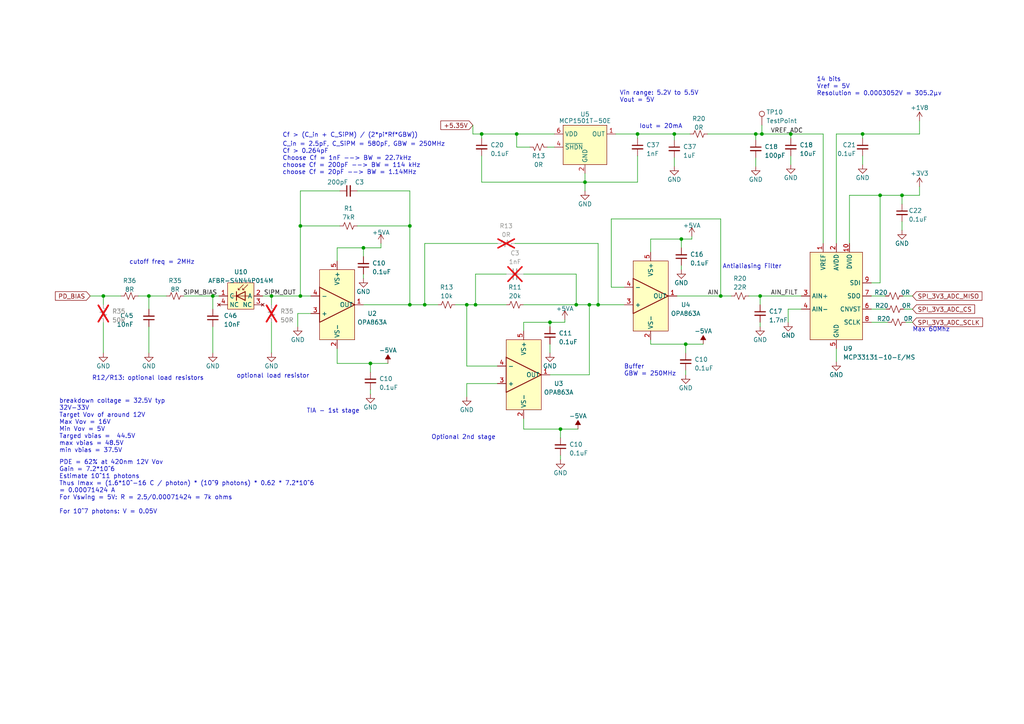
<source format=kicad_sch>
(kicad_sch (version 20230121) (generator eeschema)
  (paper "A4")
  (lib_symbols
    (symbol "Connector:TestPoint" (pin_numbers hide) (pin_names (offset 0.762) hide)
      (property "Reference" "TP" (at 0 6.858 0))
      (property "Value" "TestPoint" (at 0 5.08 0))
      (symbol "TestPoint_0_1"
        (circle (center 0 3.302) (radius 0.762))
      )
      (symbol "TestPoint_1_1"
        (pin passive line (at 0 0 90) (length 2.54) (name "1") (number "1"))
      )
    )
    (symbol "Device:C_Small" (pin_numbers hide) (pin_names (offset 0.254) hide)
      (property "Reference" "C" (at 0.254 1.778 0))
      (property "Value" "C_Small" (at 0.254 -2.032 0))
      (symbol "C_Small_0_1"
        (polyline (pts (xy -1.524 -0.508) (xy 1.524 -0.508)) (stroke (width 0.3302)))
        (polyline (pts (xy -1.524 0.508) (xy 1.524 0.508)) (stroke (width 0.3048)))
      )
      (symbol "C_Small_1_1"
        (pin passive line (at 0 2.54 270) (length 2.032) (name "~") (number "1"))
        (pin passive line (at 0 -2.54 90) (length 2.032) (name "~") (number "2"))
      )
    )
    (symbol "Device:R_Small_US" (pin_numbers hide) (pin_names (offset 0.254) hide)
      (property "Reference" "R" (at 0.762 0.508 0))
      (property "Value" "R_Small_US" (at 0.762 -1.016 0))
      (symbol "R_Small_US_1_1"
        (polyline (pts (xy 0 0) (xy 1.016 -0.381) (xy 0 -0.762) (xy -1.016 -1.143) (xy 0 -1.524)))
        (polyline (pts (xy 0 1.524) (xy 1.016 1.143) (xy 0 0.762) (xy -1.016 0.381) (xy 0 0)))
        (pin passive line (at 0 2.54 270) (length 1.016) (name "~") (number "1"))
        (pin passive line (at 0 -2.54 90) (length 1.016) (name "~") (number "2"))
      )
    )
    (symbol "plaqchek:AFBR-S4N44P014M-BREAKOUT"
      (property "Reference" "U" (at 0 8.89 0))
      (property "Value" "AFBR-S4N44P014M" (at 1.27 6.35 0))
      (symbol "AFBR-S4N44P014M-BREAKOUT_0_1"
        (polyline (pts (xy -1.27 0) (xy 1.27 0)))
        (polyline (pts (xy -1.27 1.27) (xy -1.27 -1.27)) (stroke (width 0.254)))
        (polyline (pts (xy -0.762 1.778) (xy -0.254 1.778)))
        (polyline (pts (xy 0.762 3.302) (xy -0.762 1.778) (xy -0.762 2.286)))
        (polyline (pts (xy 1.27 1.27) (xy -1.27 0) (xy 1.27 -1.27)) (stroke (width 0.254)))
        (polyline (pts (xy 2.032 3.302) (xy 0.508 1.778) (xy 0.508 2.286) (xy 0.508 1.778) (xy 1.016 1.778)))
      )
      (symbol "AFBR-S4N44P014M-BREAKOUT_1_1"
        (rectangle (start -3.81 3.81) (end 3.81 -3.81) (fill (type background)))
        (polyline (pts (xy -1.27 0) (xy -2.54 0)))
        (polyline (pts (xy 1.27 0) (xy 2.54 0)))
        (polyline (pts (xy 1.27 1.27) (xy 1.27 -1.27)) (stroke (width 0.254)))
        (pin passive line (at -6.35 0 0) (length 2.54) (name "C") (number "1"))
        (pin passive line (at 6.35 0 180) (length 2.54) (name "A") (number "2"))
        (pin no_connect line (at 6.35 -2.54 180) (length 2.54) (name "NC") (number "3"))
        (pin no_connect line (at -6.35 -2.54 0) (length 2.54) (name "NC") (number "4"))
      )
    )
    (symbol "plaqchek:MCP1501T-50E"
      (property "Reference" "U" (at 0 7.62 0))
      (property "Value" "MCP1501T-50E" (at 0 0 0))
      (symbol "MCP1501T-50E_1_1"
        (rectangle (start -6.35 5.08) (end 6.35 -6.35) (fill (type background)))
        (pin output line (at 8.89 2.54 180) (length 2.54) (name "OUT") (number "1"))
        (pin power_in line (at 0 -8.89 90) (length 2.54) (name "GND") (number "2"))
        (pin power_in line (at 0 -8.89 90) (length 2.54) hide (name "GND") (number "3"))
        (pin input line (at -8.89 -1.27 0) (length 2.54) (name "~{SHDN}") (number "4"))
        (pin power_in line (at 0 -8.89 90) (length 2.54) hide (name "GND") (number "5"))
        (pin power_in line (at -8.89 2.54 0) (length 2.54) (name "VDD") (number "6"))
      )
    )
    (symbol "plaqchek:MCP33131-10-E/MS"
      (property "Reference" "U" (at 0 15.24 0))
      (property "Value" "MCP33131-10-E/MS" (at 0 5.08 0))
      (symbol "MCP33131-10-E/MS_1_1"
        (rectangle (start -7.62 12.7) (end 7.62 -12.7) (fill (type background)))
        (pin input line (at -3.81 15.24 270) (length 2.54) (name "VREF") (number "1"))
        (pin power_in line (at 3.81 15.24 270) (length 2.54) (name "DVIO") (number "10"))
        (pin power_in line (at 0 15.24 270) (length 2.54) (name "AVDD") (number "2"))
        (pin input line (at -10.16 0 0) (length 2.54) (name "AIN+") (number "3"))
        (pin input line (at -10.16 -3.81 0) (length 2.54) (name "AIN-") (number "4"))
        (pin power_in line (at 0 -15.24 90) (length 2.54) (name "GND") (number "5"))
        (pin input line (at 10.16 -3.81 180) (length 2.54) (name "CNVST") (number "6"))
        (pin output line (at 10.16 0 180) (length 2.54) (name "SDO") (number "7"))
        (pin input line (at 10.16 -7.62 180) (length 2.54) (name "SCLK") (number "8"))
        (pin input line (at 10.16 3.81 180) (length 2.54) (name "SDI") (number "9"))
      )
    )
    (symbol "plaqchek:OPA863A"
      (property "Reference" "U" (at 3.81 12.7 0))
      (property "Value" "OPA863A" (at 0 13.97 0))
      (symbol "OPA863A_1_1"
        (rectangle (start -5.08 10.16) (end 5.08 -10.16) (fill (type background)))
        (polyline (pts (xy -5.08 5.08) (xy 5.08 0) (xy -5.08 -5.08) (xy -5.08 5.08)) (stroke (width 0.254)) (fill (type background)))
        (pin output line (at 7.62 0 180) (length 2.54) (name "OUT") (number "1"))
        (pin input line (at 0 -12.7 90) (length 2.54) (name "VS-") (number "2"))
        (pin input line (at -7.62 -2.54 0) (length 2.54) (name "+") (number "3"))
        (pin input line (at -7.62 2.54 0) (length 2.54) (name "-") (number "4"))
        (pin input line (at 0 12.7 270) (length 2.54) (name "VS+") (number "5"))
      )
    )
    (symbol "power:+1V8" (power) (pin_names (offset 0))
      (property "Value" "+1V8" (at 0 3.556 0))
      (symbol "+1V8_0_1"
        (polyline (pts (xy -0.762 1.27) (xy 0 2.54)))
        (polyline (pts (xy 0 0) (xy 0 2.54)))
        (polyline (pts (xy 0 2.54) (xy 0.762 1.27)))
      )
      (symbol "+1V8_1_1"
        (pin power_in line (at 0 0 90) (length 0) hide (name "+1V8") (number "1"))
      )
    )
    (symbol "power:+3V3" (power) (pin_names (offset 0))
      (property "Value" "+3V3" (at 0 3.556 0))
      (symbol "+3V3_0_1"
        (polyline (pts (xy -0.762 1.27) (xy 0 2.54)))
        (polyline (pts (xy 0 0) (xy 0 2.54)))
        (polyline (pts (xy 0 2.54) (xy 0.762 1.27)))
      )
      (symbol "+3V3_1_1"
        (pin power_in line (at 0 0 90) (length 0) hide (name "+3V3") (number "1"))
      )
    )
    (symbol "power:+5VA" (power) (pin_names (offset 0))
      (property "Value" "+5VA" (at 0 3.556 0))
      (symbol "+5VA_0_1"
        (polyline (pts (xy -0.762 1.27) (xy 0 2.54)))
        (polyline (pts (xy 0 0) (xy 0 2.54)))
        (polyline (pts (xy 0 2.54) (xy 0.762 1.27)))
      )
      (symbol "+5VA_1_1"
        (pin power_in line (at 0 0 90) (length 0) hide (name "+5VA") (number "1"))
      )
    )
    (symbol "power:-5VA" (power) (pin_names (offset 0))
      (property "Value" "-5VA" (at 0 3.81 0))
      (symbol "-5VA_0_0"
        (pin power_in line (at 0 0 90) (length 0) hide (name "-5VA") (number "1"))
      )
      (symbol "-5VA_0_1"
        (polyline (pts (xy 0 0) (xy 0 1.27) (xy 0.762 1.27) (xy 0 2.54) (xy -0.762 1.27) (xy 0 1.27)) (fill (type outline)))
      )
    )
    (symbol "power:GND" (power) (pin_names (offset 0))
      (property "Value" "GND" (at 0 -3.81 0))
      (symbol "GND_0_1"
        (polyline (pts (xy 0 0) (xy 0 -1.27) (xy 1.27 -1.27) (xy 0 -2.54) (xy -1.27 -1.27) (xy 0 -1.27)))
      )
      (symbol "GND_1_1"
        (pin power_in line (at 0 0 270) (length 0) hide (name "GND") (number "1"))
      )
    )
  )
  (junction (at 169.672 52.832))
  (junction (at 229.362 38.862))
  (junction (at 118.872 88.392))
  (junction (at 219.202 38.862))
  (junction (at 123.19 88.392))
  (junction (at 105.41 71.882))
  (junction (at 118.872 65.532))
  (junction (at 170.942 88.392))
  (junction (at 220.98 38.862))
  (junction (at 209.042 85.852))
  (junction (at 167.132 88.392))
  (junction (at 162.56 124.46))
  (junction (at 29.972 85.852))
  (junction (at 173.482 88.392))
  (junction (at 135.382 88.392))
  (junction (at 107.442 105.41))
  (junction (at 159.512 93.472))
  (junction (at 137.922 88.392))
  (junction (at 43.18 85.852))
  (junction (at 61.722 85.852))
  (junction (at 250.19 38.862))
  (junction (at 195.58 38.862))
  (junction (at 78.74 85.852))
  (junction (at 261.62 56.642))
  (junction (at 87.122 85.852))
  (junction (at 139.7 38.862))
  (junction (at 197.612 69.342))
  (junction (at 220.472 85.852))
  (junction (at 87.122 65.532))
  (junction (at 198.882 99.822))
  (junction (at 149.86 38.862))
  (junction (at 255.27 56.642))
  (junction (at 184.912 38.862))
  (wire (pts (xy 87.122 85.852) (xy 87.122 65.532)))
  (wire (pts (xy 118.872 88.392) (xy 123.19 88.392)))
  (wire (pts (xy 135.382 106.172) (xy 144.272 106.172)))
  (wire (pts (xy 219.202 38.862) (xy 220.98 38.862)))
  (wire (pts (xy 195.58 45.72) (xy 195.58 48.26)))
  (wire (pts (xy 229.362 45.212) (xy 229.362 47.752)))
  (wire (pts (xy 135.382 111.252) (xy 135.382 115.062)))
  (wire (pts (xy 137.16 36.322) (xy 137.16 38.862)))
  (wire (pts (xy 262.128 89.662) (xy 264.668 89.662)))
  (wire (pts (xy 97.79 75.692) (xy 97.79 71.882)))
  (wire (pts (xy 163.83 92.71) (xy 163.83 93.472)))
  (wire (pts (xy 29.972 93.472) (xy 29.972 102.362)))
  (wire (pts (xy 209.042 63.5) (xy 209.042 85.852)))
  (wire (pts (xy 43.18 85.852) (xy 43.18 89.662)))
  (wire (pts (xy 118.872 65.532) (xy 118.872 88.392)))
  (wire (pts (xy 219.202 38.862) (xy 219.202 40.64)))
  (wire (pts (xy 151.892 93.472) (xy 159.512 93.472)))
  (wire (pts (xy 78.74 93.472) (xy 78.74 102.362)))
  (wire (pts (xy 229.362 38.862) (xy 238.76 38.862)))
  (wire (pts (xy 177.292 63.5) (xy 209.042 63.5)))
  (wire (pts (xy 250.19 45.212) (xy 250.19 47.752)))
  (wire (pts (xy 178.562 38.862) (xy 184.912 38.862)))
  (wire (pts (xy 110.49 70.612) (xy 110.49 71.882)))
  (wire (pts (xy 87.122 65.532) (xy 98.552 65.532)))
  (wire (pts (xy 107.442 113.03) (xy 107.442 114.3)))
  (wire (pts (xy 97.79 105.41) (xy 97.79 101.092)))
  (wire (pts (xy 61.722 89.662) (xy 61.722 85.852)))
  (wire (pts (xy 198.882 99.822) (xy 198.882 102.362)))
  (wire (pts (xy 228.6 89.662) (xy 228.6 93.472)))
  (wire (pts (xy 137.922 88.392) (xy 146.812 88.392)))
  (wire (pts (xy 105.41 79.502) (xy 105.41 80.772)))
  (wire (pts (xy 103.632 55.372) (xy 118.872 55.372)))
  (wire (pts (xy 266.7 35.052) (xy 266.7 38.862)))
  (wire (pts (xy 197.612 69.342) (xy 200.66 69.342)))
  (wire (pts (xy 146.812 79.502) (xy 137.922 79.502)))
  (wire (pts (xy 266.7 54.102) (xy 266.7 56.642)))
  (wire (pts (xy 118.872 55.372) (xy 118.872 65.532)))
  (wire (pts (xy 103.632 65.532) (xy 118.872 65.532)))
  (wire (pts (xy 252.73 93.472) (xy 257.556 93.472)))
  (wire (pts (xy 188.722 99.822) (xy 198.882 99.822)))
  (wire (pts (xy 252.73 85.852) (xy 256.794 85.852)))
  (wire (pts (xy 188.722 98.552) (xy 188.722 99.822)))
  (wire (pts (xy 252.73 89.662) (xy 257.048 89.662)))
  (wire (pts (xy 151.892 124.46) (xy 162.56 124.46)))
  (wire (pts (xy 266.7 38.862) (xy 250.19 38.862)))
  (wire (pts (xy 123.19 70.612) (xy 123.19 88.392)))
  (wire (pts (xy 246.38 70.612) (xy 246.38 56.642)))
  (wire (pts (xy 151.892 124.46) (xy 151.892 121.412)))
  (wire (pts (xy 195.58 38.862) (xy 195.58 40.64)))
  (wire (pts (xy 173.482 70.612) (xy 149.352 70.612)))
  (wire (pts (xy 153.67 42.672) (xy 149.86 42.672)))
  (wire (pts (xy 229.362 38.862) (xy 229.362 40.132)))
  (wire (pts (xy 177.292 63.5) (xy 177.292 83.312)))
  (wire (pts (xy 53.34 85.852) (xy 61.722 85.852)))
  (wire (pts (xy 250.19 38.862) (xy 242.57 38.862)))
  (wire (pts (xy 170.942 88.392) (xy 167.132 88.392)))
  (wire (pts (xy 151.892 96.012) (xy 151.892 93.472)))
  (wire (pts (xy 139.7 45.212) (xy 139.7 52.832)))
  (wire (pts (xy 205.232 38.862) (xy 219.202 38.862)))
  (wire (pts (xy 76.2 85.852) (xy 78.74 85.852)))
  (wire (pts (xy 220.472 93.472) (xy 220.472 94.742)))
  (wire (pts (xy 184.912 38.862) (xy 184.912 40.132)))
  (wire (pts (xy 159.512 99.822) (xy 159.512 102.362)))
  (wire (pts (xy 149.86 38.862) (xy 139.7 38.862)))
  (wire (pts (xy 184.912 45.212) (xy 184.912 52.832)))
  (wire (pts (xy 198.882 99.822) (xy 203.962 99.822)))
  (wire (pts (xy 78.74 85.852) (xy 78.74 88.392)))
  (wire (pts (xy 170.942 88.392) (xy 170.942 108.712)))
  (wire (pts (xy 242.57 38.862) (xy 242.57 70.612)))
  (wire (pts (xy 169.672 52.832) (xy 169.672 55.372)))
  (wire (pts (xy 78.74 85.852) (xy 87.122 85.852)))
  (wire (pts (xy 40.132 85.852) (xy 43.18 85.852)))
  (wire (pts (xy 220.98 36.322) (xy 220.98 38.862)))
  (wire (pts (xy 219.202 45.72) (xy 219.202 48.26)))
  (wire (pts (xy 159.512 93.472) (xy 163.83 93.472)))
  (wire (pts (xy 151.892 79.502) (xy 167.132 79.502)))
  (wire (pts (xy 197.612 69.342) (xy 197.612 71.882)))
  (wire (pts (xy 209.042 85.852) (xy 196.342 85.852)))
  (wire (pts (xy 220.472 85.852) (xy 232.41 85.852)))
  (wire (pts (xy 238.76 38.862) (xy 238.76 70.612)))
  (wire (pts (xy 144.272 70.612) (xy 123.19 70.612)))
  (wire (pts (xy 195.58 38.862) (xy 200.152 38.862)))
  (wire (pts (xy 173.482 88.392) (xy 173.482 70.612)))
  (wire (pts (xy 246.38 56.642) (xy 255.27 56.642)))
  (wire (pts (xy 188.722 73.152) (xy 188.722 69.342)))
  (wire (pts (xy 261.62 56.642) (xy 261.62 59.182)))
  (wire (pts (xy 137.922 79.502) (xy 137.922 88.392)))
  (wire (pts (xy 151.892 88.392) (xy 167.132 88.392)))
  (wire (pts (xy 220.98 38.862) (xy 229.362 38.862)))
  (wire (pts (xy 261.62 64.262) (xy 261.62 66.802)))
  (wire (pts (xy 107.442 105.41) (xy 107.442 107.95)))
  (wire (pts (xy 43.18 94.742) (xy 43.18 102.362)))
  (wire (pts (xy 29.972 85.852) (xy 35.052 85.852)))
  (wire (pts (xy 61.722 94.742) (xy 61.722 102.362)))
  (wire (pts (xy 173.482 88.392) (xy 181.102 88.392)))
  (wire (pts (xy 262.636 93.472) (xy 264.668 93.472)))
  (wire (pts (xy 90.17 90.932) (xy 86.36 90.932)))
  (wire (pts (xy 200.66 68.58) (xy 200.66 69.342)))
  (wire (pts (xy 123.19 88.392) (xy 127 88.392)))
  (wire (pts (xy 26.162 85.852) (xy 29.972 85.852)))
  (wire (pts (xy 162.56 124.46) (xy 162.56 127)))
  (wire (pts (xy 137.922 88.392) (xy 135.382 88.392)))
  (wire (pts (xy 209.042 85.852) (xy 212.09 85.852)))
  (wire (pts (xy 160.782 42.672) (xy 158.75 42.672)))
  (wire (pts (xy 250.19 38.862) (xy 250.19 40.132)))
  (wire (pts (xy 184.912 38.862) (xy 195.58 38.862)))
  (wire (pts (xy 105.41 88.392) (xy 118.872 88.392)))
  (wire (pts (xy 242.57 101.092) (xy 242.57 104.902)))
  (wire (pts (xy 162.56 132.08) (xy 162.56 133.35)))
  (wire (pts (xy 255.27 56.642) (xy 261.62 56.642)))
  (wire (pts (xy 169.672 52.832) (xy 169.672 50.292)))
  (wire (pts (xy 159.512 108.712) (xy 170.942 108.712)))
  (wire (pts (xy 139.7 38.862) (xy 139.7 40.132)))
  (wire (pts (xy 132.08 88.392) (xy 135.382 88.392)))
  (wire (pts (xy 232.41 89.662) (xy 228.6 89.662)))
  (wire (pts (xy 107.442 105.41) (xy 112.522 105.41)))
  (wire (pts (xy 43.18 85.852) (xy 48.26 85.852)))
  (wire (pts (xy 149.86 38.862) (xy 160.782 38.862)))
  (wire (pts (xy 217.17 85.852) (xy 220.472 85.852)))
  (wire (pts (xy 139.7 52.832) (xy 169.672 52.832)))
  (wire (pts (xy 261.874 85.852) (xy 264.668 85.852)))
  (wire (pts (xy 98.552 55.372) (xy 87.122 55.372)))
  (wire (pts (xy 97.79 105.41) (xy 107.442 105.41)))
  (wire (pts (xy 181.102 83.312) (xy 177.292 83.312)))
  (wire (pts (xy 252.73 82.042) (xy 255.27 82.042)))
  (wire (pts (xy 198.882 107.442) (xy 198.882 108.712)))
  (wire (pts (xy 184.912 52.832) (xy 169.672 52.832)))
  (wire (pts (xy 29.972 85.852) (xy 29.972 88.392)))
  (wire (pts (xy 87.122 85.852) (xy 90.17 85.852)))
  (wire (pts (xy 255.27 56.642) (xy 255.27 82.042)))
  (wire (pts (xy 149.86 42.672) (xy 149.86 38.862)))
  (wire (pts (xy 167.132 79.502) (xy 167.132 88.392)))
  (wire (pts (xy 87.122 55.372) (xy 87.122 65.532)))
  (wire (pts (xy 162.56 124.46) (xy 167.64 124.46)))
  (wire (pts (xy 61.722 85.852) (xy 63.5 85.852)))
  (wire (pts (xy 197.612 76.962) (xy 197.612 78.232)))
  (wire (pts (xy 86.36 90.932) (xy 86.36 94.742)))
  (wire (pts (xy 220.472 85.852) (xy 220.472 88.392)))
  (wire (pts (xy 261.62 56.642) (xy 266.7 56.642)))
  (wire (pts (xy 144.272 111.252) (xy 135.382 111.252)))
  (wire (pts (xy 139.7 38.862) (xy 137.16 38.862)))
  (wire (pts (xy 159.512 93.472) (xy 159.512 94.742)))
  (wire (pts (xy 105.41 71.882) (xy 105.41 74.422)))
  (wire (pts (xy 105.41 71.882) (xy 110.49 71.882)))
  (wire (pts (xy 135.382 106.172) (xy 135.382 88.392)))
  (wire (pts (xy 97.79 71.882) (xy 105.41 71.882)))
  (wire (pts (xy 188.722 69.342) (xy 197.612 69.342)))
  (wire (pts (xy 170.942 88.392) (xy 173.482 88.392)))
  (text "optional load resistor" (at 68.58 109.855 0) (effects (font (size 1.27 1.27)) (justify left bottom)))
  (text "Iout = 20mA" (at 185.42 37.465 0) (effects (font (size 1.27 1.27)) (justify left bottom)))
  (text "Max 60Mhz" (at 264.668 96.393 0) (effects (font (size 1.27 1.27)) (justify left bottom)))
  (text "Vin range: 5.2V to 5.5V\nVout = 5V\n" (at 179.705 29.845 0) (effects (font (size 1.27 1.27)) (justify left bottom)))
  (text "14 bits\nVref = 5V\nResolution = 0.0003052V = 305.2µv" (at 236.855 27.94 0) (effects (font (size 1.27 1.27)) (justify left bottom)))
  (text "breakdown coltage = 32.5V typ\n32V-33V\nTarget Vov of around 12V\nMax Vov = 16V\nMin Vov = 5V\nTarged vbias =  44.5V\nmax vbias = 48.5V\nmin vbias = 37.5V" (at 17.145 131.445 0) (effects (font (size 1.27 1.27)) (justify left bottom)))
  (text "Antialiasing Filter" (at 209.55 78.105 0) (effects (font (size 1.27 1.27)) (justify left bottom)))
  (text "PDE = 62% at 420nm 12V Vov\nGain = 7.2*10^6\nEstimate 10^11 photons\nThus Imax = (1.6*10^-16 C / photon) * (10^9 photons) * 0.62 * 7.2*10^6\n= 0.00071424 A\nFor Vswing = 5V: R = 2.5/0.00071424 = 7k ohms\n\nFor 10^7 photons: V = 0.05V\n" (at 17.145 149.225 0) (effects (font (size 1.27 1.27)) (justify left bottom)))
  (text "Cf > (C_in + C_SiPM) / (2*pi*Rf*GBW))\n" (at 81.915 40.005 0) (effects (font (size 1.27 1.27)) (justify left bottom)))
  (text "TIA - 1st stage\n" (at 88.9 120.015 0) (effects (font (size 1.27 1.27)) (justify left bottom)))
  (text "Buffer\nGBW = 250MHz" (at 180.975 109.22 0) (effects (font (size 1.27 1.27)) (justify left bottom)))
  (text "R12/R13: optional load resistors\n" (at 26.67 110.49 0) (effects (font (size 1.27 1.27)) (justify left bottom)))
  (text "Optional 2nd stage" (at 125.095 127.635 0) (effects (font (size 1.27 1.27)) (justify left bottom)))
  (text "C_in = 2.5pF, C_SiPM = 580pF, GBW = 250MHz\nCf > 0.264pF\nChoose Cf = 1nF --> BW = 22.7kHz\nchoose Cf = 200pF --> BW = 114 kHz\nchoose Cf = 20pF --> BW = 1.14MHz" (at 81.915 50.8 0) (effects (font (size 1.27 1.27)) (justify left bottom)))
  (text "cutoff freq = 2MHz\n" (at 37.465 76.835 0) (effects (font (size 1.27 1.27)) (justify left bottom)))
  (label "AIN_FILT" (at 223.52 85.852 0))
  (label "VREF_ADC" (at 223.52 38.862 0))
  (label "AIN" (at 205.232 85.852 0))
  (label "SIPM_BIAS" (at 62.992 85.852 180))
  (label "SIPM_OUT" (at 85.852 85.852 180))
  (global_label "PD_BIAS" (shape input) (at 26.162 85.852 180) (property "Intersheetrefs" "${INTERSHEET_REFS}" (effects hide)))
  (global_label "SPI_3V3_ADC_MISO" (shape input) (at 264.668 85.852 0) (property "Intersheetrefs" "${INTERSHEET_REFS}" (effects hide)))
  (global_label "+5.35V" (shape input) (at 137.16 36.322 180) (property "Intersheetrefs" "${INTERSHEET_REFS}" (effects hide)))
  (global_label "SPI_3V3_ADC_CS" (shape input) (at 264.668 89.662 0) (property "Intersheetrefs" "${INTERSHEET_REFS}" (effects hide)))
  (global_label "SPI_3V3_ADC_SCLK" (shape input) (at 264.668 93.472 0) (property "Intersheetrefs" "${INTERSHEET_REFS}" (effects hide)))
  (symbol (lib_id "Device:C_Small") (at 195.58 43.18 0) (unit 1)
    (property "Reference" "C37" (at 198.12 42.5513 0) (effects (justify left)))
    (property "Value" "1uF" (at 198.12 45.0913 0) (effects (justify left)))
    (property "Footprint" "Capacitor_SMD:C_0603_1608Metric_Pad1.08x0.95mm_HandSolder" (effects hide))
    (instances (project "photodetector" (path "" (reference "C37") (unit 1))) (project "plaqchek_sipm_sens" (path "" (reference "C10") (unit 1)) (path "" (reference "C31") (unit 1))) (project "plaqchek_mlb" (path "" (reference "C37") (unit 1))))
  )
  (symbol (lib_id "power:+3V3") (at 266.7 54.102 0) (unit 1)
    (property "Reference" "#PWR08" (effects hide))
    (property "Value" "+3V3" (at 266.7 50.292 0))
    (instances (project "photodetector" (path "" (reference "#PWR08") (unit 1))) (project "plaqchek_sipm_sens" (path "" (reference "#PWR020") (unit 1)) (path "" (reference "#PWR027") (unit 1))) (project "plaqchek_mlb" (path "" (reference "#PWR08") (unit 1)) (path "" (reference "#PWR047") (unit 1))))
  )
  (symbol (lib_id "power:GND") (at 105.41 80.772 0) (unit 1)
    (property "Reference" "#PWR029" (effects hide))
    (property "Value" "GND" (at 105.41 84.582 0))
    (instances (project "photodetector" (path "" (reference "#PWR029") (unit 1))) (project "plaqchek_sipm_sens" (path "" (reference "#PWR06") (unit 1)) (path "" (reference "#PWR08") (unit 1))) (project "plaqchek_mlb" (path "" (reference "#PWR029") (unit 1))))
  )
  (symbol (lib_id "power:GND") (at 135.382 115.062 0) (unit 1)
    (property "Reference" "#PWR05" (effects hide))
    (property "Value" "GND" (at 135.382 118.872 0))
    (instances (project "photodetector" (path "" (reference "#PWR05") (unit 1))) (project "plaqchek_sipm_sens" (path "" (reference "#PWR07") (unit 1)) (path "" (reference "#PWR09") (unit 1))) (project "plaqchek_mlb" (path "" (reference "#PWR05") (unit 1))))
  )
  (symbol (lib_id "Device:C_Small") (at 229.362 42.672 0) (unit 1)
    (property "Reference" "C18" (at 231.902 42.0433 0) (effects (justify left)))
    (property "Value" "10uF" (at 231.902 44.5833 0) (effects (justify left)))
    (property "Footprint" "Capacitor_SMD:C_0805_2012Metric_Pad1.18x1.45mm_HandSolder" (effects hide))
    (instances (project "photodetector" (path "" (reference "C18") (unit 1))) (project "plaqchek_sipm_sens" (path "" (reference "C12") (unit 1)) (path "" (reference "C13") (unit 1))) (project "plaqchek_mlb" (path "" (reference "C18") (unit 1))))
  )
  (symbol (lib_id "power:GND") (at 261.62 66.802 0) (unit 1)
    (property "Reference" "#PWR046" (effects hide))
    (property "Value" "GND" (at 261.62 70.612 0))
    (instances (project "photodetector" (path "" (reference "#PWR046") (unit 1))) (project "plaqchek_sipm_sens" (path "" (reference "#PWR019") (unit 1)) (path "" (reference "#PWR026") (unit 1))) (project "plaqchek_mlb" (path "" (reference "#PWR046") (unit 1))))
  )
  (symbol (lib_id "plaqchek:AFBR-S4N44P014M-BREAKOUT") (at 69.85 85.852 0) (unit 1)
    (property "Reference" "U10" (at 69.85 78.867 0))
    (property "Value" "AFBR-S4N44P014M" (at 69.85 81.407 0))
    (property "Footprint" "plaqchek:AFBR-S4N44P014M-BREAKOUT" (effects hide))
  )
  (symbol (lib_id "plaqchek:OPA863A") (at 97.79 88.392 0) (unit 1)
    (property "Reference" "U2" (at 107.95 90.932 0))
    (property "Value" "OPA863A" (at 107.95 93.472 0))
    (property "Footprint" "Package_TO_SOT_SMD:SOT-23-5_HandSoldering" (effects hide))
    (property "Datasheet" "https://www.ti.com/lit/ds/symlink/opa863a.pdf?ts=1735599766486&ref_url=https%253A%252F%252Fwww.ti.com%252Famplifier-circuit%252Fop-amps%252Fhigh-speed%252Fproducts.html" (effects hide))
  )
  (symbol (lib_id "Device:C_Small") (at 61.722 92.202 180) (unit 1)
    (property "Reference" "C46" (at 64.897 91.5606 0) (effects (justify right)))
    (property "Value" "10nF" (at 64.897 94.1006 0) (effects (justify right)))
    (property "Footprint" "Capacitor_SMD:C_0603_1608Metric_Pad1.08x0.95mm_HandSolder" (effects hide))
    (instances (project "photodetector" (path "" (reference "C46") (unit 1))) (project "plaqchek_sipm_sens" (path "" (reference "C3") (unit 1)) (path "" (reference "C3") (unit 1))) (project "plaqchek_mlb" (path "" (reference "C46") (unit 1))))
  )
  (symbol (lib_id "Device:C_Small") (at 219.202 43.18 0) (unit 1)
    (property "Reference" "C18" (at 221.742 42.5513 0) (effects (justify left)))
    (property "Value" "100pF" (at 221.742 45.0913 0) (effects (justify left)))
    (property "Footprint" "Capacitor_SMD:C_0603_1608Metric_Pad1.08x0.95mm_HandSolder" (effects hide))
    (instances (project "photodetector" (path "" (reference "C18") (unit 1))) (project "plaqchek_sipm_sens" (path "" (reference "C12") (unit 1)) (path "" (reference "C30") (unit 1))) (project "plaqchek_mlb" (path "" (reference "C18") (unit 1))))
  )
  (symbol (lib_id "Device:C_Small") (at 220.472 90.932 0) (unit 1)
    (property "Reference" "C17" (at 223.012 90.3033 0) (effects (justify left)))
    (property "Value" "1.7nF" (at 223.012 92.8433 0) (effects (justify left)))
    (property "Footprint" "Capacitor_SMD:C_0603_1608Metric_Pad1.08x0.95mm_HandSolder" (effects hide))
    (instances (project "photodetector" (path "" (reference "C17") (unit 1))) (project "plaqchek_sipm_sens" (path "" (reference "C11") (unit 1)) (path "" (reference "C12") (unit 1))) (project "plaqchek_mlb" (path "" (reference "C17") (unit 1))))
  )
  (symbol (lib_id "Device:C_Small") (at 162.56 129.54 180) (unit 1)
    (property "Reference" "C10" (at 165.1 128.8986 0) (effects (justify right)))
    (property "Value" "0.1uF" (at 165.1 131.4386 0) (effects (justify right)))
    (property "Footprint" "Capacitor_SMD:C_0603_1608Metric_Pad1.08x0.95mm_HandSolder" (effects hide))
    (instances (project "photodetector" (path "" (reference "C10") (unit 1))) (project "plaqchek_sipm_sens" (path "" (reference "C6") (unit 1)) (path "" (reference "C24") (unit 1))) (project "plaqchek_mlb" (path "" (reference "C10") (unit 1))))
  )
  (symbol (lib_id "power:+5VA") (at 110.49 70.612 0) (unit 1)
    (property "Reference" "#PWR046" (effects hide))
    (property "Value" "+5VA" (at 110.49 67.437 0))
  )
  (symbol (lib_id "Device:R_Small_US") (at 50.8 85.852 90) (unit 1)
    (property "Reference" "R35" (at 50.8 81.407 90))
    (property "Value" "8R" (at 50.8 83.947 90))
    (property "Footprint" "Resistor_SMD:R_0603_1608Metric_Pad0.98x0.95mm_HandSolder" (effects hide))
    (instances (project "photodetector" (path "" (reference "R35") (unit 1))) (project "plaqchek_sipm_sens" (path "" (reference "R2") (unit 1)) (path "" (reference "R5") (unit 1))) (project "plaqchek_mlb" (path "" (reference "R35") (unit 1))))
  )
  (symbol (lib_id "Device:C_Small") (at 197.612 74.422 180) (unit 1)
    (property "Reference" "C16" (at 200.152 73.7806 0) (effects (justify right)))
    (property "Value" "0.1uF" (at 200.152 76.3206 0) (effects (justify right)))
    (property "Footprint" "Capacitor_SMD:C_0603_1608Metric_Pad1.08x0.95mm_HandSolder" (effects hide))
    (instances (project "photodetector" (path "" (reference "C16") (unit 1))) (project "plaqchek_sipm_sens" (path "" (reference "C9") (unit 1)) (path "" (reference "C10") (unit 1))) (project "plaqchek_mlb" (path "" (reference "C16") (unit 1))))
  )
  (symbol (lib_id "plaqchek:OPA863A") (at 151.892 108.712 0) (unit 1)
    (property "Reference" "U3" (at 162.052 111.252 0))
    (property "Value" "OPA863A" (at 162.052 113.792 0))
    (property "Footprint" "Package_TO_SOT_SMD:SOT-23-5_HandSoldering" (effects hide))
    (property "Datasheet" "https://www.ti.com/lit/ds/symlink/opa863a.pdf?ts=1735599766486&ref_url=https%253A%252F%252Fwww.ti.com%252Famplifier-circuit%252Fop-amps%252Fhigh-speed%252Fproducts.html" (effects hide))
  )
  (symbol (lib_id "Device:C_Small") (at 139.7 42.672 0) (unit 1)
    (property "Reference" "C20" (at 142.24 42.0433 0) (effects (justify left)))
    (property "Value" "0.1uF" (at 142.24 44.5833 0) (effects (justify left)))
    (property "Footprint" "Capacitor_SMD:C_0603_1608Metric_Pad1.08x0.95mm_HandSolder" (effects hide))
    (instances (project "photodetector" (path "" (reference "C20") (unit 1))) (project "plaqchek_sipm_sens" (path "" (reference "C8") (unit 1)) (path "" (reference "C9") (unit 1))) (project "plaqchek_mlb" (path "" (reference "C20") (unit 1))))
  )
  (symbol (lib_id "power:GND") (at 107.442 114.3 0) (unit 1)
    (property "Reference" "#PWR029" (effects hide))
    (property "Value" "GND" (at 107.442 118.11 0))
    (instances (project "photodetector" (path "" (reference "#PWR029") (unit 1))) (project "plaqchek_sipm_sens" (path "" (reference "#PWR06") (unit 1)) (path "" (reference "#PWR07") (unit 1))) (project "plaqchek_mlb" (path "" (reference "#PWR029") (unit 1))))
  )
  (symbol (lib_id "Device:R_Small_US") (at 29.972 90.932 180) (unit 1) (dnp yes)
    (property "Reference" "R35" (at 32.512 90.297 0) (effects (justify right)))
    (property "Value" "50R" (at 32.512 92.837 0) (effects (justify right)))
    (property "Footprint" "Resistor_SMD:R_0603_1608Metric_Pad0.98x0.95mm_HandSolder" (effects hide))
    (instances (project "photodetector" (path "" (reference "R35") (unit 1))) (project "plaqchek_sipm_sens" (path "" (reference "R13") (unit 1)) (path "" (reference "R1") (unit 1))) (project "plaqchek_mlb" (path "" (reference "R35") (unit 1))))
  )
  (symbol (lib_id "Device:C_Small") (at 101.092 55.372 90) (unit 1)
    (property "Reference" "C3" (at 104.267 52.832 90))
    (property "Value" "200pF" (at 97.917 52.832 90))
    (property "Footprint" "Capacitor_SMD:C_0603_1608Metric_Pad1.08x0.95mm_HandSolder" (effects hide))
    (instances (project "photodetector" (path "" (reference "C3") (unit 1))) (project "plaqchek_sipm_sens" (path "" (reference "C5") (unit 1)) (path "" (reference "C5") (unit 1))) (project "plaqchek_mlb" (path "" (reference "C3") (unit 1))))
  )
  (symbol (lib_id "power:GND") (at 86.36 94.742 0) (unit 1)
    (property "Reference" "#PWR05" (effects hide))
    (property "Value" "GND" (at 86.36 98.552 0))
    (instances (project "photodetector" (path "" (reference "#PWR05") (unit 1))) (project "plaqchek_sipm_sens" (path "" (reference "#PWR04") (unit 1)) (path "" (reference "#PWR06") (unit 1))) (project "plaqchek_mlb" (path "" (reference "#PWR05") (unit 1))))
  )
  (symbol (lib_id "power:GND") (at 242.57 104.902 0) (unit 1)
    (property "Reference" "#PWR041" (effects hide))
    (property "Value" "GND" (at 242.57 108.712 0))
    (instances (project "photodetector" (path "" (reference "#PWR041") (unit 1))) (project "plaqchek_sipm_sens" (path "" (reference "#PWR018") (unit 1)) (path "" (reference "#PWR020") (unit 1))) (project "plaqchek_mlb" (path "" (reference "#PWR041") (unit 1))))
  )
  (symbol (lib_id "power:+5VA") (at 200.66 68.58 0) (unit 1)
    (property "Reference" "#PWR048" (effects hide))
    (property "Value" "+5VA" (at 200.66 65.405 0))
  )
  (symbol (lib_id "Device:C_Small") (at 261.62 61.722 0) (unit 1)
    (property "Reference" "C22" (at 263.525 61.087 0) (effects (justify left)))
    (property "Value" "0.1uF" (at 263.525 63.627 0) (effects (justify left)))
    (property "Footprint" "Capacitor_SMD:C_0603_1608Metric_Pad1.08x0.95mm_HandSolder" (effects hide))
    (instances (project "photodetector" (path "" (reference "C22") (unit 1))) (project "plaqchek_sipm_sens" (path "" (reference "C14") (unit 1)) (path "" (reference "C22") (unit 1))) (project "plaqchek_mlb" (path "" (reference "C22") (unit 1))))
  )
  (symbol (lib_id "Device:R_Small_US") (at 260.096 93.472 90) (unit 1)
    (property "Reference" "R20" (at 256.286 92.456 90))
    (property "Value" "0R" (at 263.398 92.456 90))
    (property "Footprint" "Resistor_SMD:R_0603_1608Metric_Pad0.98x0.95mm_HandSolder" (effects hide))
    (instances (project "photodetector" (path "" (reference "R20") (unit 1))) (project "plaqchek_sipm_sens" (path "" (reference "R11") (unit 1)) (path "" (reference "R31") (unit 1))) (project "plaqchek_mlb" (path "" (reference "R20") (unit 1))))
  )
  (symbol (lib_id "Device:C_Small") (at 184.912 42.672 0) (unit 1)
    (property "Reference" "C37" (at 187.452 42.0433 0) (effects (justify left)))
    (property "Value" "1nF" (at 187.452 44.5833 0) (effects (justify left)))
    (property "Footprint" "Capacitor_SMD:C_0603_1608Metric_Pad1.08x0.95mm_HandSolder" (effects hide))
    (instances (project "photodetector" (path "" (reference "C37") (unit 1))) (project "plaqchek_sipm_sens" (path "" (reference "C10") (unit 1)) (path "" (reference "C11") (unit 1))) (project "plaqchek_mlb" (path "" (reference "C37") (unit 1))))
  )
  (symbol (lib_id "power:GND") (at 219.202 48.26 0) (unit 1)
    (property "Reference" "#PWR043" (effects hide))
    (property "Value" "GND" (at 219.202 52.07 0))
    (instances (project "photodetector" (path "" (reference "#PWR043") (unit 1))) (project "plaqchek_sipm_sens" (path "" (reference "#PWR015") (unit 1)) (path "" (reference "#PWR051") (unit 1))) (project "plaqchek_mlb" (path "" (reference "#PWR043") (unit 1))))
  )
  (symbol (lib_id "power:-5VA") (at 112.522 105.41 0) (unit 1)
    (property "Reference" "#PWR025" (effects hide))
    (property "Value" "-5VA" (at 112.522 101.6 0))
    (instances (project "plaqchek_potentiostat" (path "" (reference "#PWR025") (unit 1))) (project "plaqchek_sipm_sens" (path "" (reference "#PWR039") (unit 1)) (path "" (reference "#PWR041") (unit 1))) (project "plaqchek_power" (path "" (reference "#PWR014") (unit 1)) (path "" (reference "#PWR015") (unit 1))))
  )
  (symbol (lib_id "power:GND") (at 220.472 94.742 0) (unit 1)
    (property "Reference" "#PWR034" (effects hide))
    (property "Value" "GND" (at 220.472 98.552 0))
    (instances (project "photodetector" (path "" (reference "#PWR034") (unit 1))) (project "plaqchek_sipm_sens" (path "" (reference "#PWR014") (unit 1)) (path "" (reference "#PWR016") (unit 1))) (project "plaqchek_mlb" (path "" (reference "#PWR034") (unit 1))))
  )
  (symbol (lib_id "Device:C_Small") (at 43.18 92.202 0) (mirror x) (unit 1)
    (property "Reference" "C45" (at 38.735 91.5606 0) (effects (justify right)))
    (property "Value" "10nF" (at 38.735 94.1006 0) (effects (justify right)))
    (property "Footprint" "Capacitor_SMD:C_0603_1608Metric_Pad1.08x0.95mm_HandSolder" (effects hide))
    (instances (project "photodetector" (path "" (reference "C45") (unit 1))) (project "plaqchek_sipm_sens" (path "" (reference "C2") (unit 1)) (path "" (reference "C2") (unit 1))) (project "plaqchek_mlb" (path "" (reference "C45") (unit 1))))
  )
  (symbol (lib_id "plaqchek:MCP33131-10-E/MS") (at 242.57 85.852 0) (unit 1)
    (property "Reference" "U9" (at 244.5259 101.092 0) (effects (justify left)))
    (property "Value" "MCP33131-10-E/MS" (at 244.5259 103.632 0) (effects (justify left)))
    (property "Footprint" "Package_SO:MSOP-10_3x3mm_P0.5mm" (effects hide))
    (property "Datasheet" "https://www.mouser.ca/datasheet/2/268/MCP33131_MCP33121_MCP33111_Family_Data_Sheet_DS200-3443670.pdf" (effects hide))
    (instances (project "plaqchek_sipm_sens" (path "" (reference "U9") (unit 1)) (path "" (reference "U6") (unit 1))))
  )
  (symbol (lib_id "Device:R_Small_US") (at 259.588 89.662 90) (unit 1)
    (property "Reference" "R20" (at 255.778 88.646 90))
    (property "Value" "0R" (at 262.89 88.646 90))
    (property "Footprint" "Resistor_SMD:R_0603_1608Metric_Pad0.98x0.95mm_HandSolder" (effects hide))
    (instances (project "photodetector" (path "" (reference "R20") (unit 1))) (project "plaqchek_sipm_sens" (path "" (reference "R11") (unit 1)) (path "" (reference "R30") (unit 1))) (project "plaqchek_mlb" (path "" (reference "R20") (unit 1))))
  )
  (symbol (lib_id "power:GND") (at 229.362 47.752 0) (unit 1)
    (property "Reference" "#PWR043" (effects hide))
    (property "Value" "GND" (at 229.362 51.562 0))
    (instances (project "photodetector" (path "" (reference "#PWR043") (unit 1))) (project "plaqchek_sipm_sens" (path "" (reference "#PWR015") (unit 1)) (path "" (reference "#PWR017") (unit 1))) (project "plaqchek_mlb" (path "" (reference "#PWR043") (unit 1))))
  )
  (symbol (lib_id "Device:C_Small") (at 159.512 97.282 180) (unit 1)
    (property "Reference" "C11" (at 162.052 96.6406 0) (effects (justify right)))
    (property "Value" "0.1uF" (at 162.052 99.1806 0) (effects (justify right)))
    (property "Footprint" "Capacitor_SMD:C_0603_1608Metric_Pad1.08x0.95mm_HandSolder" (effects hide))
    (instances (project "photodetector" (path "" (reference "C11") (unit 1))) (project "plaqchek_sipm_sens" (path "" (reference "C7") (unit 1)) (path "" (reference "C8") (unit 1))) (project "plaqchek_mlb" (path "" (reference "C11") (unit 1))))
  )
  (symbol (lib_id "power:-5VA") (at 167.64 124.46 0) (unit 1)
    (property "Reference" "#PWR025" (effects hide))
    (property "Value" "-5VA" (at 167.64 120.65 0))
    (instances (project "plaqchek_potentiostat" (path "" (reference "#PWR025") (unit 1))) (project "plaqchek_sipm_sens" (path "" (reference "#PWR039") (unit 1)) (path "" (reference "#PWR040") (unit 1))) (project "plaqchek_power" (path "" (reference "#PWR014") (unit 1)) (path "" (reference "#PWR015") (unit 1))))
  )
  (symbol (lib_id "power:GND") (at 198.882 108.712 0) (unit 1)
    (property "Reference" "#PWR029" (effects hide))
    (property "Value" "GND" (at 198.882 112.522 0))
    (instances (project "photodetector" (path "" (reference "#PWR029") (unit 1))) (project "plaqchek_sipm_sens" (path "" (reference "#PWR06") (unit 1)) (path "" (reference "#PWR012") (unit 1))) (project "plaqchek_mlb" (path "" (reference "#PWR029") (unit 1))))
  )
  (symbol (lib_id "Device:R_Small_US") (at 149.352 88.392 90) (unit 1)
    (property "Reference" "R11" (at 149.352 83.312 90))
    (property "Value" "20k" (at 149.352 85.852 90))
    (property "Footprint" "Resistor_SMD:R_0603_1608Metric_Pad0.98x0.95mm_HandSolder" (effects hide))
    (instances (project "photodetector" (path "" (reference "R11") (unit 1))) (project "plaqchek_sipm_sens" (path "" (reference "R9") (unit 1)) (path "" (reference "R11") (unit 1))) (project "plaqchek_mlb" (path "" (reference "R11") (unit 1))))
  )
  (symbol (lib_id "power:GND") (at 228.6 93.472 0) (unit 1)
    (property "Reference" "#PWR040" (effects hide))
    (property "Value" "GND" (at 228.6 97.282 0))
    (instances (project "photodetector" (path "" (reference "#PWR040") (unit 1))) (project "plaqchek_sipm_sens" (path "" (reference "#PWR016") (unit 1)) (path "" (reference "#PWR018") (unit 1))) (project "plaqchek_mlb" (path "" (reference "#PWR040") (unit 1))))
  )
  (symbol (lib_id "Device:C_Small") (at 107.442 110.49 180) (unit 1)
    (property "Reference" "C10" (at 109.982 109.8486 0) (effects (justify right)))
    (property "Value" "0.1uF" (at 109.982 112.3886 0) (effects (justify right)))
    (property "Footprint" "Capacitor_SMD:C_0603_1608Metric_Pad1.08x0.95mm_HandSolder" (effects hide))
    (instances (project "photodetector" (path "" (reference "C10") (unit 1))) (project "plaqchek_sipm_sens" (path "" (reference "C6") (unit 1)) (path "" (reference "C23") (unit 1))) (project "plaqchek_mlb" (path "" (reference "C10") (unit 1))))
  )
  (symbol (lib_id "Device:C_Small") (at 149.352 79.502 90) (unit 1) (dnp yes)
    (property "Reference" "C3" (at 149.3583 73.406 90))
    (property "Value" "1nF" (at 149.3583 75.946 90))
    (property "Footprint" "Capacitor_SMD:C_0603_1608Metric_Pad1.08x0.95mm_HandSolder" (effects hide))
    (instances (project "photodetector" (path "" (reference "C3") (unit 1))) (project "plaqchek_sipm_sens" (path "" (reference "C22") (unit 1)) (path "" (reference "C7") (unit 1))) (project "plaqchek_mlb" (path "" (reference "C3") (unit 1))))
  )
  (symbol (lib_id "Device:R_Small_US") (at 202.692 38.862 90) (unit 1)
    (property "Reference" "R20" (at 202.692 34.417 90))
    (property "Value" "0R" (at 202.692 36.957 90))
    (property "Footprint" "Resistor_SMD:R_0603_1608Metric_Pad0.98x0.95mm_HandSolder" (effects hide))
    (instances (project "photodetector" (path "" (reference "R20") (unit 1))) (project "plaqchek_sipm_sens" (path "" (reference "R11") (unit 1)) (path "" (reference "R28") (unit 1))) (project "plaqchek_mlb" (path "" (reference "R20") (unit 1))))
  )
  (symbol (lib_id "Connector:TestPoint") (at 220.98 36.322 0) (unit 1)
    (property "Reference" "TP10" (at 222.25 32.512 0) (effects (justify left)))
    (property "Value" "TestPoint" (at 222.25 35.052 0) (effects (justify left)))
    (property "Footprint" "TestPoint:TestPoint_Pad_D1.0mm" (effects hide))
    (instances (project "plaqchek_potentiostat" (path "" (reference "TP10") (unit 1))) (project "plaqchek_sipm_sens" (path "" (reference "TP11") (unit 1)) (path "" (reference "TP12") (unit 1))))
  )
  (symbol (lib_id "power:GND") (at 195.58 48.26 0) (unit 1)
    (property "Reference" "#PWR043" (effects hide))
    (property "Value" "GND" (at 195.58 52.07 0))
    (instances (project "photodetector" (path "" (reference "#PWR043") (unit 1))) (project "plaqchek_sipm_sens" (path "" (reference "#PWR015") (unit 1)) (path "" (reference "#PWR052") (unit 1))) (project "plaqchek_mlb" (path "" (reference "#PWR043") (unit 1))))
  )
  (symbol (lib_id "plaqchek:MCP1501T-50E") (at 169.672 41.402 0) (unit 1)
    (property "Reference" "U5" (at 169.672 33.147 0))
    (property "Value" "MCP1501T-50E" (at 169.672 35.052 0))
    (property "Footprint" "Package_TO_SOT_SMD:SOT-23-6_Handsoldering" (effects hide))
    (property "Datasheet" "https://ww1.microchip.com/downloads/aemDocuments/documents/MSLD/ProductDocuments/DataSheets/MCP1501-Data-Sheet-DS20005474F.pdf" (effects hide))
  )
  (symbol (lib_id "Device:R_Small_US") (at 146.812 70.612 90) (unit 1) (dnp yes)
    (property "Reference" "R13" (at 146.812 65.532 90))
    (property "Value" "0R" (at 146.812 68.072 90))
    (property "Footprint" "Resistor_SMD:R_0603_1608Metric_Pad0.98x0.95mm_HandSolder" (effects hide))
    (instances (project "photodetector" (path "" (reference "R13") (unit 1))) (project "plaqchek_sipm_sens" (path "" (reference "R6") (unit 1)) (path "" (reference "R9") (unit 1))) (project "plaqchek_mlb" (path "" (reference "R13") (unit 1))))
  )
  (symbol (lib_id "power:GND") (at 169.672 55.372 0) (unit 1)
    (property "Reference" "#PWR044" (effects hide))
    (property "Value" "GND" (at 169.672 59.182 0))
    (instances (project "photodetector" (path "" (reference "#PWR044") (unit 1))) (project "plaqchek_sipm_sens" (path "" (reference "#PWR011") (unit 1)) (path "" (reference "#PWR013") (unit 1))) (project "plaqchek_mlb" (path "" (reference "#PWR044") (unit 1))))
  )
  (symbol (lib_id "power:GND") (at 250.19 47.752 0) (mirror y) (unit 1)
    (property "Reference" "#PWR045" (effects hide))
    (property "Value" "GND" (at 250.19 51.562 0))
    (instances (project "photodetector" (path "" (reference "#PWR045") (unit 1))) (project "plaqchek_sipm_sens" (path "" (reference "#PWR017") (unit 1)) (path "" (reference "#PWR019") (unit 1))) (project "plaqchek_mlb" (path "" (reference "#PWR045") (unit 1))))
  )
  (symbol (lib_id "Device:C_Small") (at 105.41 76.962 180) (unit 1)
    (property "Reference" "C10" (at 107.95 76.3206 0) (effects (justify right)))
    (property "Value" "0.1uF" (at 107.95 78.8606 0) (effects (justify right)))
    (property "Footprint" "Capacitor_SMD:C_0603_1608Metric_Pad1.08x0.95mm_HandSolder" (effects hide))
    (instances (project "photodetector" (path "" (reference "C10") (unit 1))) (project "plaqchek_sipm_sens" (path "" (reference "C6") (unit 1)) (path "" (reference "C6") (unit 1))) (project "plaqchek_mlb" (path "" (reference "C10") (unit 1))))
  )
  (symbol (lib_id "Device:R_Small_US") (at 214.63 85.852 90) (unit 1)
    (property "Reference" "R20" (at 214.63 80.772 90))
    (property "Value" "22R" (at 214.63 83.312 90))
    (property "Footprint" "Resistor_SMD:R_0603_1608Metric_Pad0.98x0.95mm_HandSolder" (effects hide))
    (instances (project "photodetector" (path "" (reference "R20") (unit 1))) (project "plaqchek_sipm_sens" (path "" (reference "R11") (unit 1)) (path "" (reference "R13") (unit 1))) (project "plaqchek_mlb" (path "" (reference "R20") (unit 1))))
  )
  (symbol (lib_id "Device:R_Small_US") (at 101.092 65.532 90) (unit 1)
    (property "Reference" "R1" (at 101.092 60.452 90))
    (property "Value" "7kR" (at 101.092 62.992 90))
    (property "Footprint" "Resistor_SMD:R_0603_1608Metric_Pad0.98x0.95mm_HandSolder" (effects hide))
    (instances (project "photodetector" (path "" (reference "R1") (unit 1))) (project "plaqchek_sipm_sens" (path "" (reference "R5") (unit 1)) (path "" (reference "R7") (unit 1))) (project "plaqchek_mlb" (path "" (reference "R1") (unit 1))))
  )
  (symbol (lib_id "power:+1V8") (at 266.7 35.052 0) (mirror y) (unit 1)
    (property "Reference" "#PWR042" (effects hide))
    (property "Value" "+1V8" (at 266.7 31.242 0))
    (instances (project "photodetector" (path "" (reference "#PWR042") (unit 1))) (project "plaqchek_sipm_sens" (path "" (reference "#PWR013") (unit 1)) (path "" (reference "#PWR015") (unit 1))) (project "plaqchek_mlb" (path "" (reference "#PWR042") (unit 1))))
  )
  (symbol (lib_id "Device:R_Small_US") (at 156.21 42.672 90) (mirror x) (unit 1)
    (property "Reference" "R13" (at 156.21 45.212 90))
    (property "Value" "0R" (at 156.21 47.752 90))
    (property "Footprint" "Resistor_SMD:R_0603_1608Metric_Pad0.98x0.95mm_HandSolder" (effects hide))
    (instances (project "photodetector" (path "" (reference "R13") (unit 1))) (project "plaqchek_sipm_sens" (path "" (reference "R7") (unit 1)) (path "" (reference "R12") (unit 1))) (project "plaqchek_mlb" (path "" (reference "R13") (unit 1))))
  )
  (symbol (lib_id "plaqchek:OPA863A") (at 188.722 85.852 0) (unit 1)
    (property "Reference" "U4" (at 198.882 88.392 0))
    (property "Value" "OPA863A" (at 198.882 90.932 0))
    (property "Footprint" "Package_TO_SOT_SMD:SOT-23-5_HandSoldering" (effects hide))
    (property "Datasheet" "https://www.ti.com/lit/ds/symlink/opa863a.pdf?ts=1735599766486&ref_url=https%253A%252F%252Fwww.ti.com%252Famplifier-circuit%252Fop-amps%252Fhigh-speed%252Fproducts.html" (effects hide))
  )
  (symbol (lib_id "power:-5VA") (at 203.962 99.822 0) (unit 1)
    (property "Reference" "#PWR025" (effects hide))
    (property "Value" "-5VA" (at 203.962 96.012 0))
    (instances (project "plaqchek_potentiostat" (path "" (reference "#PWR025") (unit 1))) (project "plaqchek_sipm_sens" (path "" (reference "#PWR039") (unit 1)) (path "" (reference "#PWR049") (unit 1))) (project "plaqchek_power" (path "" (reference "#PWR014") (unit 1)) (path "" (reference "#PWR015") (unit 1))))
  )
  (symbol (lib_id "Device:C_Small") (at 198.882 104.902 180) (unit 1)
    (property "Reference" "C10" (at 201.422 104.2606 0) (effects (justify right)))
    (property "Value" "0.1uF" (at 201.422 106.8006 0) (effects (justify right)))
    (property "Footprint" "Capacitor_SMD:C_0603_1608Metric_Pad1.08x0.95mm_HandSolder" (effects hide))
    (instances (project "photodetector" (path "" (reference "C10") (unit 1))) (project "plaqchek_sipm_sens" (path "" (reference "C6") (unit 1)) (path "" (reference "C27") (unit 1))) (project "plaqchek_mlb" (path "" (reference "C10") (unit 1))))
  )
  (symbol (lib_id "power:GND") (at 43.18 102.362 0) (unit 1)
    (property "Reference" "#PWR074" (effects hide))
    (property "Value" "GND" (at 43.18 106.172 0))
    (instances (project "photodetector" (path "" (reference "#PWR074") (unit 1))) (project "plaqchek_sipm_sens" (path "" (reference "#PWR01") (unit 1)) (path "" (reference "#PWR02") (unit 1))) (project "plaqchek_mlb" (path "" (reference "#PWR074") (unit 1))))
  )
  (symbol (lib_id "Device:R_Small_US") (at 129.54 88.392 90) (unit 1)
    (property "Reference" "R13" (at 129.54 83.312 90))
    (property "Value" "10k" (at 129.54 85.852 90))
    (property "Footprint" "Resistor_SMD:R_0603_1608Metric_Pad0.98x0.95mm_HandSolder" (effects hide))
    (instances (project "photodetector" (path "" (reference "R13") (unit 1))) (project "plaqchek_sipm_sens" (path "" (reference "R8") (unit 1)) (path "" (reference "R8") (unit 1))) (project "plaqchek_mlb" (path "" (reference "R13") (unit 1))))
  )
  (symbol (lib_id "power:GND") (at 159.512 102.362 0) (unit 1)
    (property "Reference" "#PWR036" (effects hide))
    (property "Value" "GND" (at 159.512 106.172 0))
    (instances (project "photodetector" (path "" (reference "#PWR036") (unit 1))) (project "plaqchek_sipm_sens" (path "" (reference "#PWR09") (unit 1)) (path "" (reference "#PWR011") (unit 1))) (project "plaqchek_mlb" (path "" (reference "#PWR036") (unit 1))))
  )
  (symbol (lib_id "power:GND") (at 162.56 133.35 0) (unit 1)
    (property "Reference" "#PWR029" (effects hide))
    (property "Value" "GND" (at 162.56 137.16 0))
    (instances (project "photodetector" (path "" (reference "#PWR029") (unit 1))) (project "plaqchek_sipm_sens" (path "" (reference "#PWR06") (unit 1)) (path "" (reference "#PWR035") (unit 1))) (project "plaqchek_mlb" (path "" (reference "#PWR029") (unit 1))))
  )
  (symbol (lib_id "Device:R_Small_US") (at 78.74 90.932 180) (unit 1) (dnp yes)
    (property "Reference" "R35" (at 81.28 90.297 0) (effects (justify right)))
    (property "Value" "50R" (at 81.28 92.837 0) (effects (justify right)))
    (property "Footprint" "Resistor_SMD:R_0603_1608Metric_Pad0.98x0.95mm_HandSolder" (effects hide))
    (instances (project "photodetector" (path "" (reference "R35") (unit 1))) (project "plaqchek_sipm_sens" (path "" (reference "R12") (unit 1)) (path "" (reference "R6") (unit 1))) (project "plaqchek_mlb" (path "" (reference "R35") (unit 1))))
  )
  (symbol (lib_id "power:GND") (at 197.612 78.232 0) (unit 1)
    (property "Reference" "#PWR037" (effects hide))
    (property "Value" "GND" (at 197.612 82.042 0))
    (instances (project "photodetector" (path "" (reference "#PWR037") (unit 1))) (project "plaqchek_sipm_sens" (path "" (reference "#PWR012") (unit 1)) (path "" (reference "#PWR014") (unit 1))) (project "plaqchek_mlb" (path "" (reference "#PWR037") (unit 1))))
  )
  (symbol (lib_id "Device:C_Small") (at 250.19 42.672 0) (mirror y) (unit 1)
    (property "Reference" "C21" (at 248.285 42.037 0) (effects (justify left)))
    (property "Value" "0.1uF" (at 248.285 44.577 0) (effects (justify left)))
    (property "Footprint" "Capacitor_SMD:C_0603_1608Metric_Pad1.08x0.95mm_HandSolder" (effects hide))
    (instances (project "photodetector" (path "" (reference "C21") (unit 1))) (project "plaqchek_sipm_sens" (path "" (reference "C13") (unit 1)) (path "" (reference "C14") (unit 1))) (project "plaqchek_mlb" (path "" (reference "C21") (unit 1))))
  )
  (symbol (lib_id "Device:R_Small_US") (at 259.334 85.852 90) (unit 1)
    (property "Reference" "R20" (at 255.524 84.836 90))
    (property "Value" "0R" (at 262.636 84.836 90))
    (property "Footprint" "Resistor_SMD:R_0603_1608Metric_Pad0.98x0.95mm_HandSolder" (effects hide))
    (instances (project "photodetector" (path "" (reference "R20") (unit 1))) (project "plaqchek_sipm_sens" (path "" (reference "R11") (unit 1)) (path "" (reference "R29") (unit 1))) (project "plaqchek_mlb" (path "" (reference "R20") (unit 1))))
  )
  (symbol (lib_id "power:GND") (at 78.74 102.362 0) (unit 1)
    (property "Reference" "#PWR073" (effects hide))
    (property "Value" "GND" (at 78.74 106.172 0))
    (instances (project "photodetector" (path "" (reference "#PWR073") (unit 1))) (project "plaqchek_sipm_sens" (path "" (reference "#PWR026") (unit 1)) (path "" (reference "#PWR05") (unit 1))) (project "plaqchek_mlb" (path "" (reference "#PWR073") (unit 1))))
  )
  (symbol (lib_id "power:GND") (at 61.722 102.362 0) (unit 1)
    (property "Reference" "#PWR073" (effects hide))
    (property "Value" "GND" (at 61.722 106.172 0))
    (instances (project "photodetector" (path "" (reference "#PWR073") (unit 1))) (project "plaqchek_sipm_sens" (path "" (reference "#PWR02") (unit 1)) (path "" (reference "#PWR04") (unit 1))) (project "plaqchek_mlb" (path "" (reference "#PWR073") (unit 1))))
  )
  (symbol (lib_id "power:GND") (at 29.972 102.362 0) (unit 1)
    (property "Reference" "#PWR073" (effects hide))
    (property "Value" "GND" (at 29.972 106.172 0))
    (instances (project "photodetector" (path "" (reference "#PWR073") (unit 1))) (project "plaqchek_sipm_sens" (path "" (reference "#PWR027") (unit 1)) (path "" (reference "#PWR01") (unit 1))) (project "plaqchek_mlb" (path "" (reference "#PWR073") (unit 1))))
  )
  (symbol (lib_id "Device:R_Small_US") (at 37.592 85.852 90) (unit 1)
    (property "Reference" "R36" (at 37.592 81.407 90))
    (property "Value" "8R" (at 37.592 83.947 90))
    (property "Footprint" "Resistor_SMD:R_0603_1608Metric_Pad0.98x0.95mm_HandSolder" (effects hide))
    (instances (project "photodetector" (path "" (reference "R36") (unit 1))) (project "plaqchek_sipm_sens" (path "" (reference "R1") (unit 1)) (path "" (reference "R2") (unit 1))) (project "plaqchek_mlb" (path "" (reference "R36") (unit 1))))
  )
  (symbol (lib_id "power:+5VA") (at 163.83 92.71 0) (unit 1)
    (property "Reference" "#PWR047" (effects hide))
    (property "Value" "+5VA" (at 163.83 89.535 0))
  )
)
</source>
